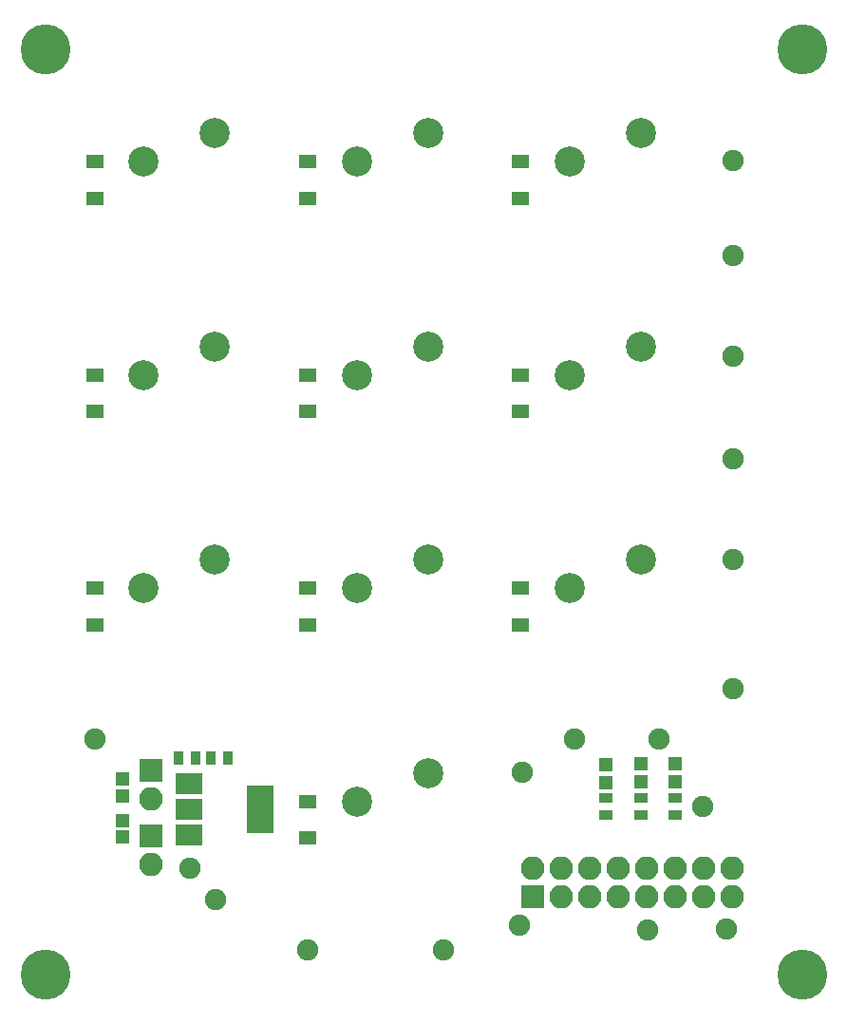
<source format=gbr>
G04 #@! TF.FileFunction,Soldermask,Top*
%FSLAX46Y46*%
G04 Gerber Fmt 4.6, Leading zero omitted, Abs format (unit mm)*
G04 Created by KiCad (PCBNEW 4.0.5-e0-6337~49~ubuntu16.04.1) date Tue Jan  3 12:00:36 2017*
%MOMM*%
%LPD*%
G01*
G04 APERTURE LIST*
%ADD10C,0.100000*%
%ADD11R,1.300000X0.900000*%
%ADD12R,1.150000X1.200000*%
%ADD13R,1.620000X1.310000*%
%ADD14R,1.200000X1.200000*%
%ADD15R,2.400000X4.200000*%
%ADD16R,2.400000X1.900000*%
%ADD17R,0.900000X1.300000*%
%ADD18C,1.900000*%
%ADD19R,2.100000X2.100000*%
%ADD20O,2.100000X2.100000*%
%ADD21C,4.464000*%
%ADD22C,2.686000*%
G04 APERTURE END LIST*
D10*
D11*
X164200000Y-105550000D03*
X164200000Y-104050000D03*
D12*
X121100000Y-107550000D03*
X121100000Y-106050000D03*
X121100000Y-102350000D03*
X121100000Y-103850000D03*
D13*
X118600000Y-50635000D03*
X118600000Y-47365000D03*
X118600000Y-69635000D03*
X118600000Y-66365000D03*
X118600000Y-88635000D03*
X118600000Y-85365000D03*
X137600000Y-50635000D03*
X137600000Y-47365000D03*
X137600000Y-69635000D03*
X137600000Y-66365000D03*
X137600000Y-88635000D03*
X137600000Y-85365000D03*
X137600000Y-107635000D03*
X137600000Y-104365000D03*
X156600000Y-50635000D03*
X156600000Y-47365000D03*
X156600000Y-69635000D03*
X156600000Y-66365000D03*
X156600000Y-88635000D03*
X156600000Y-85365000D03*
D14*
X164200000Y-102700000D03*
X164200000Y-101100000D03*
X167300000Y-102600000D03*
X167300000Y-101000000D03*
X170400000Y-102600000D03*
X170400000Y-101000000D03*
D15*
X133350000Y-105100000D03*
D16*
X127050000Y-105100000D03*
X127050000Y-107400000D03*
X127050000Y-102800000D03*
D11*
X167300000Y-105550000D03*
X167300000Y-104050000D03*
X170400000Y-105550000D03*
X170400000Y-104050000D03*
D17*
X130450000Y-100500000D03*
X128950000Y-100500000D03*
X127600000Y-100500000D03*
X126100000Y-100500000D03*
D18*
X175500000Y-47250000D03*
X175500000Y-64650000D03*
X175500000Y-82800000D03*
X156700000Y-101800000D03*
X118600000Y-98800000D03*
X137600000Y-117600000D03*
X156500000Y-115400000D03*
X175500000Y-55700000D03*
X175500000Y-73850000D03*
X175500000Y-94300000D03*
X149700000Y-117600000D03*
X161400000Y-98800000D03*
X168900000Y-98800000D03*
X172800000Y-104800000D03*
X167900000Y-115800000D03*
X174900000Y-115750000D03*
X127100000Y-110300000D03*
X129400000Y-113100000D03*
D19*
X157700000Y-112850000D03*
D20*
X157700000Y-110310000D03*
X160240000Y-112850000D03*
X160240000Y-110310000D03*
X162780000Y-112850000D03*
X162780000Y-110310000D03*
X165320000Y-112850000D03*
X165320000Y-110310000D03*
X167860000Y-112850000D03*
X167860000Y-110310000D03*
X170400000Y-112850000D03*
X170400000Y-110310000D03*
X172940000Y-112850000D03*
X172940000Y-110310000D03*
X175480000Y-112850000D03*
X175480000Y-110310000D03*
D19*
X123650000Y-107460000D03*
D20*
X123650000Y-110000000D03*
D19*
X123650000Y-101560000D03*
D20*
X123650000Y-104100000D03*
D21*
X114200000Y-37300000D03*
X114200000Y-119800000D03*
X181700000Y-119800000D03*
X181700000Y-37300000D03*
D22*
X167340000Y-63820000D03*
X160990000Y-66360000D03*
X148340000Y-63820000D03*
X141990000Y-66360000D03*
X129340000Y-63820000D03*
X122990000Y-66360000D03*
X129340000Y-44820000D03*
X122990000Y-47360000D03*
X148340000Y-44820000D03*
X141990000Y-47360000D03*
X167340000Y-44820000D03*
X160990000Y-47360000D03*
X167340000Y-82820000D03*
X160990000Y-85360000D03*
X148340000Y-82820000D03*
X141990000Y-85360000D03*
X129340000Y-82820000D03*
X122990000Y-85360000D03*
X148340000Y-101820000D03*
X141990000Y-104360000D03*
M02*

</source>
